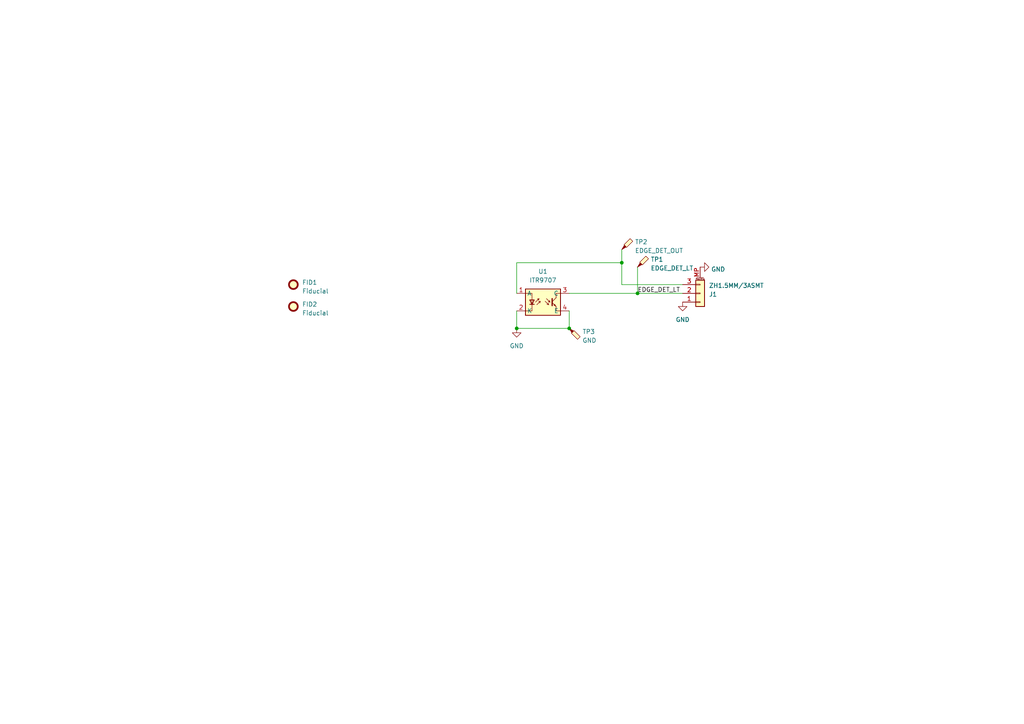
<source format=kicad_sch>
(kicad_sch (version 20230121) (generator eeschema)
  (paper "A4")
  (title_block (title "EHSLS-01-Cliff") (date "2022-05-09") (rev "V0.1") (company "Timye"))
  (lib_symbols
    (symbol "Connector:TestPoint_Probe" (pin_numbers hide) (pin_names (offset 0.762) hide)
      (property "Reference" "TP" (at 1.651 5.842 0))
      (property "Value" "TestPoint_Probe" (at 1.651 4.064 0))
      (symbol "TestPoint_Probe_0_1"
        (polyline (pts (xy 1.27 0.762) (xy 0 0) (xy 0.762 1.27) (xy 1.27 0.762)) (fill (type outline)))
        (polyline (pts (xy 1.397 0.635) (xy 0.635 1.397) (xy 2.413 3.175) (xy 3.175 2.413) (xy 1.397 0.635)) (fill (type background)))
      )
      (symbol "TestPoint_Probe_1_1"
        (pin passive line (at 0 0 90) (length 0) (name "1") (number "1"))
      )
    )
    (symbol "Connector_Generic_MountingPin:Conn_01x03_MountingPin" (pin_names (offset 1.016) hide)
      (property "Reference" "J" (at 0 5.08 0))
      (property "Value" "Conn_01x03_MountingPin" (at 1.27 -5.08 0))
      (symbol "Conn_01x03_MountingPin_1_1"
        (rectangle (start -1.27 -2.413) (end 0 -2.667) (stroke (width 0.1524)))
        (rectangle (start -1.27 0.127) (end 0 -0.127) (stroke (width 0.1524)))
        (rectangle (start -1.27 2.667) (end 0 2.413) (stroke (width 0.1524)))
        (rectangle (start -1.27 3.81) (end 1.27 -3.81) (stroke (width 0.254)) (fill (type background)))
        (polyline (pts (xy -1.016 -4.572) (xy 1.016 -4.572)) (stroke (width 0.1524)))
        (text "Mounting" (at 0 -4.191 0) (effects (font (size 0.381 0.381))))
        (pin passive line (at -5.08 2.54 0) (length 3.81) (name "Pin_1") (number "1"))
        (pin passive line (at -5.08 0 0) (length 3.81) (name "Pin_2") (number "2"))
        (pin passive line (at -5.08 -2.54 0) (length 3.81) (name "Pin_3") (number "3"))
        (pin passive line (at 0 -7.62 90) (length 3.048) (name "MountPin") (number "MP"))
      )
    )
    (symbol "GND_1" (power) (pin_names (offset 0))
      (property "Value" "GND_1" (at 0 -3.81 0))
      (symbol "GND_1_0_1"
        (polyline (pts (xy 0 0) (xy 0 -1.27) (xy 1.27 -1.27) (xy 0 -2.54) (xy -1.27 -1.27) (xy 0 -1.27)))
      )
      (symbol "GND_1_1_1"
        (pin power_in line (at 0 0 270) (length 0) hide (name "GND") (number "1"))
      )
    )
    (symbol "Mechanical:Fiducial"
      (property "Reference" "FID" (at 0 5.08 0))
      (property "Value" "Fiducial" (at 0 3.175 0))
      (symbol "Fiducial_0_1"
        (circle (center 0 0) (radius 1.27) (stroke (width 0.508)) (fill (type background)))
      )
    )
    (symbol "Ovo_Sensor_Proximity:ITR8105"
      (property "Reference" "U" (at 0 6.35 0))
      (property "Value" "ITR8105" (at 0 -6.35 0))
      (symbol "ITR8105_0_1"
        (polyline (pts (xy -3.81 -0.635) (xy -2.54 -0.635)) (stroke (width 0.254)))
        (polyline (pts (xy -1.143 1.016) (xy -1.27 0.508)))
        (polyline (pts (xy -0.762 0.254) (xy -0.889 -0.254)))
        (polyline (pts (xy 1.651 -0.762) (xy 1.143 -0.635)))
        (polyline (pts (xy 2.032 0) (xy 1.524 0.127)))
        (polyline (pts (xy 2.667 -0.127) (xy 3.81 -1.27)))
        (polyline (pts (xy 2.667 0.127) (xy 3.81 1.27)))
        (polyline (pts (xy -2.159 0) (xy -1.143 1.016) (xy -1.651 0.889)))
        (polyline (pts (xy -1.778 -0.762) (xy -0.762 0.254) (xy -1.27 0.127)))
        (polyline (pts (xy 0.635 0.254) (xy 1.651 -0.762) (xy 1.524 -0.254)))
        (polyline (pts (xy 1.016 1.016) (xy 2.032 0) (xy 1.905 0.508)))
        (polyline (pts (xy 2.667 1.016) (xy 2.667 -1.016) (xy 2.667 -1.016)) (stroke (width 0.3556)))
        (polyline (pts (xy 3.81 -1.27) (xy 3.81 -2.54) (xy 5.08 -2.54)))
        (polyline (pts (xy 3.81 1.27) (xy 3.81 2.54) (xy 5.08 2.54)))
        (polyline (pts (xy -5.08 -2.54) (xy -3.175 -2.54) (xy -3.175 2.54) (xy -5.08 2.54)))
        (polyline (pts (xy -3.175 -0.635) (xy -3.81 0.635) (xy -2.54 0.635) (xy -3.175 -0.635)) (stroke (width 0.254)))
        (polyline (pts (xy 3.683 -1.143) (xy 3.429 -0.635) (xy 3.175 -0.889) (xy 3.683 -1.143)))
        (polyline (pts (xy -5.08 -3.81) (xy 5.08 -3.81) (xy 5.08 3.81) (xy -5.08 3.81) (xy -5.08 -3.81)) (stroke (width 0.254)) (fill (type background)))
      )
      (symbol "ITR8105_1_1"
        (pin passive line (at -7.62 2.54 0) (length 2.54) (name "A") (number "1"))
        (pin passive line (at -7.62 -2.54 0) (length 2.54) (name "K") (number "2"))
        (pin open_collector line (at 7.62 2.54 180) (length 2.54) (name "C") (number "3"))
        (pin open_emitter line (at 7.62 -2.54 180) (length 2.54) (name "E") (number "4"))
      )
    )
    (symbol "power:GND" (power) (pin_names (offset 0))
      (property "Value" "GND" (at 0 -3.81 0))
      (symbol "GND_0_1"
        (polyline (pts (xy 0 0) (xy 0 -1.27) (xy 1.27 -1.27) (xy 0 -2.54) (xy -1.27 -1.27) (xy 0 -1.27)))
      )
      (symbol "GND_1_1"
        (pin power_in line (at 0 0 270) (length 0) hide (name "GND") (number "1"))
      )
    )
  )
  (junction (at 165.1 95.25))
  (junction (at 149.86 95.25))
  (junction (at 184.912 85.09))
  (junction (at 180.34 76.2))
  (wire (pts (xy 184.912 85.09) (xy 197.993 85.09)))
  (wire (pts (xy 180.34 72.39) (xy 180.34 76.2)))
  (wire (pts (xy 149.86 95.25) (xy 149.86 90.17)))
  (wire (pts (xy 165.1 85.09) (xy 184.912 85.09)))
  (wire (pts (xy 165.1 90.17) (xy 165.1 95.25)))
  (wire (pts (xy 180.34 82.55) (xy 197.993 82.55)))
  (wire (pts (xy 180.34 76.2) (xy 149.86 76.2)))
  (wire (pts (xy 165.1 95.25) (xy 149.86 95.25)))
  (wire (pts (xy 184.912 77.47) (xy 184.912 85.09)))
  (wire (pts (xy 180.34 82.55) (xy 180.34 76.2)))
  (wire (pts (xy 149.86 76.2) (xy 149.86 85.09)))
  (label "EDGE_DET_LT" (at 184.912 85.09 0))
  (symbol (lib_id "Connector:TestPoint_Probe") (at 165.1 95.25 270) (unit 1)
    (property "Reference" "TP3" (at 168.91 96.2025 90) (effects (justify left)))
    (property "Value" "GND" (at 168.91 98.7425 90) (effects (justify left)))
    (property "Footprint" "TestPoint:TestPoint_Pad_D1.0mm" (effects hide))
  )
  (symbol (lib_id "Mechanical:Fiducial") (at 85.09 88.9 0) (unit 1) (in_bom no)
    (property "Reference" "FID2" (at 87.63 88.265 0) (effects (justify left)))
    (property "Value" "Fiducial" (at 87.63 90.805 0) (effects (justify left)))
    (property "Footprint" "Fiducial:Fiducial_1mm_Mask2mm" (effects hide))
  )
  (symbol (lib_id "Mechanical:Fiducial") (at 85.09 82.55 0) (unit 1) (in_bom no)
    (property "Reference" "FID1" (at 87.63 81.915 0) (effects (justify left)))
    (property "Value" "Fiducial" (at 87.63 84.455 0) (effects (justify left)))
    (property "Footprint" "Fiducial:Fiducial_1mm_Mask2mm" (effects hide))
  )
  (symbol (lib_id "power:GND") (at 149.86 95.25 0) (unit 1)
    (property "Reference" "#PWR0102" (effects hide))
    (property "Value" "GND" (at 149.86 100.33 0))
  )
  (symbol (lib_id "Connector:TestPoint_Probe") (at 184.912 77.47 0) (unit 1)
    (property "Reference" "TP1" (at 188.722 75.2475 0) (effects (justify left)))
    (property "Value" "EDGE_DET_LT" (at 188.722 77.7875 0) (effects (justify left)))
    (property "Footprint" "TestPoint:TestPoint_Pad_D1.0mm" (effects hide))
  )
  (symbol (lib_id "Connector_Generic_MountingPin:Conn_01x03_MountingPin") (at 203.073 85.09 0) (mirror x) (unit 1)
    (property "Reference" "J1" (at 205.613 85.3694 0) (effects (justify left)))
    (property "Value" "ZH1.5MM/3ASMT" (at 205.613 82.8294 0) (effects (justify left)))
    (property "Footprint" "Ovo_Connector_JST:JST_ZH_B3B-ZR-SM4-TF_1x03-1MP_P1.50mm_Vertical" (effects hide))
  )
  (symbol (lib_name "GND_1") (lib_id "power:GND") (at 203.073 77.47 90) (unit 1)
    (property "Reference" "#PWR01" (effects hide))
    (property "Value" "GND" (at 206.248 78.105 90) (effects (justify right)))
  )
  (symbol (lib_id "Connector:TestPoint_Probe") (at 180.34 72.39 0) (unit 1)
    (property "Reference" "TP2" (at 184.15 70.1675 0) (effects (justify left)))
    (property "Value" "EDGE_DET_OUT" (at 184.15 72.7075 0) (effects (justify left)))
    (property "Footprint" "TestPoint:TestPoint_Pad_D1.0mm" (effects hide))
  )
  (symbol (lib_name "GND_1") (lib_id "power:GND") (at 197.993 87.63 0) (unit 1)
    (property "Reference" "#PWR03" (effects hide))
    (property "Value" "GND" (at 197.993 92.71 0))
  )
  (symbol (lib_id "Ovo_Sensor_Proximity:ITR8105") (at 157.48 87.63 0) (unit 1)
    (property "Reference" "U1" (at 157.48 78.74 0))
    (property "Value" "ITR9707" (at 157.48 81.28 0))
    (property "Footprint" "Ovo_Sensor_Proximity:EverLight_ITR9707_12.8x6.4mm_P2.54mm" (effects hide))
    (property "Datasheet" "https://atta.szlcsc.com/upload/public/pdf/source/20170303/1488533271045.pdf" (effects hide))
  )
)
</source>
